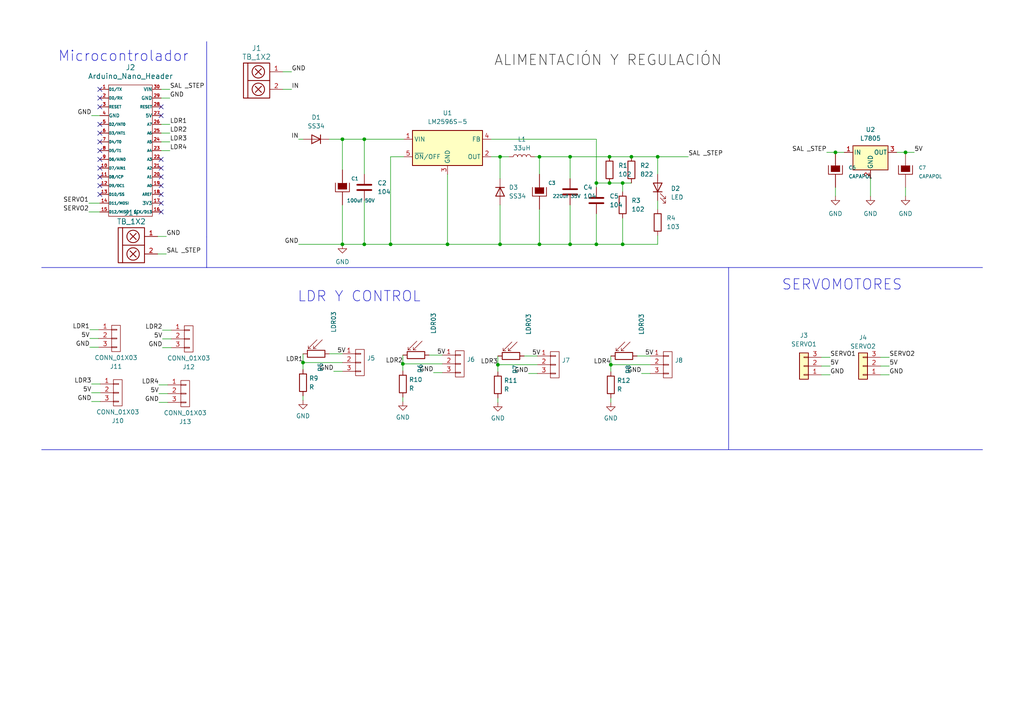
<source format=kicad_sch>
(kicad_sch (version 20230121) (generator eeschema)
  (paper "A4")
  (lib_symbols
    (symbol "Connector_Generic:Conn_01x03" (pin_names (offset 1.016) hide)
      (property "Reference" "J" (at 0 5.08 0))
      (property "Value" "Conn_01x03" (at 0 -5.08 0))
      (symbol "Conn_01x03_1_1"
        (rectangle (start -1.27 -2.413) (end 0 -2.667) (stroke (width 0.1524)))
        (rectangle (start -1.27 0.127) (end 0 -0.127) (stroke (width 0.1524)))
        (rectangle (start -1.27 2.667) (end 0 2.413) (stroke (width 0.1524)))
        (rectangle (start -1.27 3.81) (end 1.27 -3.81) (stroke (width 0.254)) (fill (type background)))
        (pin passive line (at -5.08 2.54 0) (length 3.81) (name "Pin_1") (number "1"))
        (pin passive line (at -5.08 0 0) (length 3.81) (name "Pin_2") (number "2"))
        (pin passive line (at -5.08 -2.54 0) (length 3.81) (name "Pin_3") (number "3"))
      )
    )
    (symbol "Device:C" (pin_numbers hide) (pin_names (offset 0.254))
      (property "Reference" "C" (at 0.635 2.54 0))
      (property "Value" "C" (at 0.635 -2.54 0))
      (symbol "C_0_1"
        (polyline (pts (xy -2.032 -0.762) (xy 2.032 -0.762)) (stroke (width 0.508)))
        (polyline (pts (xy -2.032 0.762) (xy 2.032 0.762)) (stroke (width 0.508)))
      )
      (symbol "C_1_1"
        (pin passive line (at 0 3.81 270) (length 2.794) (name "~") (number "1"))
        (pin passive line (at 0 -3.81 90) (length 2.794) (name "~") (number "2"))
      )
    )
    (symbol "Device:D" (pin_numbers hide) (pin_names (offset 1.016) hide)
      (property "Reference" "D" (at 0 2.54 0))
      (property "Value" "D" (at 0 -2.54 0))
      (symbol "D_0_1"
        (polyline (pts (xy -1.27 1.27) (xy -1.27 -1.27)) (stroke (width 0.254)))
        (polyline (pts (xy 1.27 0) (xy -1.27 0)))
        (polyline (pts (xy 1.27 1.27) (xy 1.27 -1.27) (xy -1.27 0) (xy 1.27 1.27)) (stroke (width 0.254)))
      )
      (symbol "D_1_1"
        (pin passive line (at -3.81 0 0) (length 2.54) (name "K") (number "1"))
        (pin passive line (at 3.81 0 180) (length 2.54) (name "A") (number "2"))
      )
    )
    (symbol "Device:L" (pin_numbers hide) (pin_names (offset 1.016) hide)
      (property "Reference" "L" (at -1.27 0 90))
      (property "Value" "L" (at 1.905 0 90))
      (symbol "L_0_1"
        (arc (start 0 -2.54) (mid 0.6323 -1.905) (end 0 -1.27))
        (arc (start 0 -1.27) (mid 0.6323 -0.635) (end 0 0))
        (arc (start 0 0) (mid 0.6323 0.635) (end 0 1.27))
        (arc (start 0 1.27) (mid 0.6323 1.905) (end 0 2.54))
      )
      (symbol "L_1_1"
        (pin passive line (at 0 3.81 270) (length 1.27) (name "1") (number "1"))
        (pin passive line (at 0 -3.81 90) (length 1.27) (name "2") (number "2"))
      )
    )
    (symbol "Device:LED" (pin_numbers hide) (pin_names (offset 1.016) hide)
      (property "Reference" "D" (at 0 2.54 0))
      (property "Value" "LED" (at 0 -2.54 0))
      (symbol "LED_0_1"
        (polyline (pts (xy -1.27 -1.27) (xy -1.27 1.27)) (stroke (width 0.254)))
        (polyline (pts (xy -1.27 0) (xy 1.27 0)))
        (polyline (pts (xy 1.27 -1.27) (xy 1.27 1.27) (xy -1.27 0) (xy 1.27 -1.27)) (stroke (width 0.254)))
        (polyline (pts (xy -3.048 -0.762) (xy -4.572 -2.286) (xy -3.81 -2.286) (xy -4.572 -2.286) (xy -4.572 -1.524)))
        (polyline (pts (xy -1.778 -0.762) (xy -3.302 -2.286) (xy -2.54 -2.286) (xy -3.302 -2.286) (xy -3.302 -1.524)))
      )
      (symbol "LED_1_1"
        (pin passive line (at -3.81 0 0) (length 2.54) (name "K") (number "1"))
        (pin passive line (at 3.81 0 180) (length 2.54) (name "A") (number "2"))
      )
    )
    (symbol "Device:R" (pin_numbers hide) (pin_names (offset 0))
      (property "Reference" "R" (at 2.032 0 90))
      (property "Value" "R" (at 0 0 90))
      (symbol "R_0_1"
        (rectangle (start -1.016 -2.54) (end 1.016 2.54) (stroke (width 0.254)))
      )
      (symbol "R_1_1"
        (pin passive line (at 0 3.81 270) (length 1.27) (name "~") (number "1"))
        (pin passive line (at 0 -3.81 90) (length 1.27) (name "~") (number "2"))
      )
    )
    (symbol "EESTN5:Arduino_Nano_Header" (pin_names (offset 0.0254))
      (property "Reference" "J" (at 0 20.32 0))
      (property "Value" "Arduino_Nano_Header" (at 0 -20.32 0))
      (symbol "Arduino_Nano_Header_0_1"
        (rectangle (start 6.35 -19.05) (end -6.35 19.05))
      )
      (symbol "Arduino_Nano_Header_1_1"
        (pin passive line (at -8.89 17.78 0) (length 2.54) (name "D1/TX") (number "1"))
        (pin passive line (at -8.89 -5.08 0) (length 2.54) (name "D7/AIN1") (number "10"))
        (pin passive line (at -8.89 -7.62 0) (length 2.54) (name "D8/ICP") (number "11"))
        (pin passive line (at -8.89 -10.16 0) (length 2.54) (name "D9/0C1") (number "12"))
        (pin passive line (at -8.89 -12.7 0) (length 2.54) (name "D10/SS") (number "13"))
        (pin passive line (at -8.89 -15.24 0) (length 2.54) (name "D11/MOSI") (number "14"))
        (pin passive line (at -8.89 -17.78 0) (length 2.54) (name "D12/MISO") (number "15"))
        (pin passive line (at 8.89 -17.78 180) (length 2.54) (name "SCK/D13") (number "16"))
        (pin passive line (at 8.89 -15.24 180) (length 2.54) (name "3V3") (number "17"))
        (pin passive line (at 8.89 -12.7 180) (length 2.54) (name "AREF") (number "18"))
        (pin passive line (at 8.89 -10.16 180) (length 2.54) (name "A0") (number "19"))
        (pin passive line (at -8.89 15.24 0) (length 2.54) (name "D0/RX") (number "2"))
        (pin passive line (at 8.89 -7.62 180) (length 2.54) (name "A1") (number "20"))
        (pin passive line (at 8.89 -5.08 180) (length 2.54) (name "A2") (number "21"))
        (pin passive line (at 8.89 -2.54 180) (length 2.54) (name "A3") (number "22"))
        (pin passive line (at 8.89 0 180) (length 2.54) (name "A4") (number "23"))
        (pin passive line (at 8.89 2.54 180) (length 2.54) (name "A5") (number "24"))
        (pin passive line (at 8.89 5.08 180) (length 2.54) (name "A6") (number "25"))
        (pin passive line (at 8.89 7.62 180) (length 2.54) (name "A7") (number "26"))
        (pin passive line (at 8.89 10.16 180) (length 2.54) (name "5V") (number "27"))
        (pin passive line (at 8.89 12.7 180) (length 2.54) (name "RESET") (number "28"))
        (pin passive line (at 8.89 15.24 180) (length 2.54) (name "GND") (number "29"))
        (pin passive line (at -8.89 12.7 0) (length 2.54) (name "RESET") (number "3"))
        (pin passive line (at 8.89 17.78 180) (length 2.54) (name "VIN") (number "30"))
        (pin passive line (at -8.89 10.16 0) (length 2.54) (name "GND") (number "4"))
        (pin passive line (at -8.89 7.62 0) (length 2.54) (name "D2/INT0") (number "5"))
        (pin passive line (at -8.89 5.08 0) (length 2.54) (name "D3/INT1") (number "6"))
        (pin passive line (at -8.89 2.54 0) (length 2.54) (name "D4/T0") (number "7"))
        (pin passive line (at -8.89 0 0) (length 2.54) (name "D5/T1") (number "8"))
        (pin passive line (at -8.89 -2.54 0) (length 2.54) (name "D6/AIN0") (number "9"))
      )
    )
    (symbol "EESTN5:CAPAPOL" (pin_numbers hide) (pin_names (offset 0.254) hide)
      (property "Reference" "C" (at 1.27 2.54 0))
      (property "Value" "CAPAPOL" (at 1.27 -2.54 0))
      (symbol "CAPAPOL_0_1"
        (polyline (pts (xy -2.032 1.27) (xy -2.032 -1.27) (xy 2.032 -1.27) (xy 2.032 1.27)) (stroke (width 0.2032)))
        (polyline (pts (xy -1.27 1.27) (xy -1.27 -0.508) (xy 1.27 -0.508) (xy 1.27 1.27)) (fill (type outline)))
      )
      (symbol "CAPAPOL_1_1"
        (pin passive line (at 0 5.08 270) (length 3.81) (name "~") (number "1"))
        (pin passive line (at 0 -5.08 90) (length 3.81) (name "~") (number "2"))
      )
    )
    (symbol "EESTN5:CONN_01X03" (pin_names (offset 1.016) hide)
      (property "Reference" "J" (at 0 5.08 0))
      (property "Value" "CONN_01X03" (at 2.54 0 90))
      (symbol "CONN_01X03_0_1"
        (rectangle (start -1.27 -2.413) (end 0.254 -2.667))
        (rectangle (start -1.27 0.127) (end 0.254 -0.127))
        (rectangle (start -1.27 2.667) (end 0.254 2.413))
        (rectangle (start -1.27 3.81) (end 1.27 -3.81))
      )
      (symbol "CONN_01X03_1_1"
        (pin passive line (at -5.08 2.54 0) (length 3.81) (name "P1") (number "1"))
        (pin passive line (at -5.08 0 0) (length 3.81) (name "P2") (number "2"))
        (pin passive line (at -5.08 -2.54 0) (length 3.81) (name "P3") (number "3"))
      )
    )
    (symbol "EESTN5:TB_1X2" (pin_names (offset 1.016))
      (property "Reference" "J" (at 0 7.62 0))
      (property "Value" "TB_1X2" (at 1.27 -7.62 0))
      (symbol "TB_1X2_0_1"
        (rectangle (start -2.54 5.08) (end 5.08 -5.08) (stroke (width 0.254)))
        (polyline (pts (xy -1.27 0) (xy 5.08 0)) (stroke (width 0.254)))
        (polyline (pts (xy -1.27 5.08) (xy -1.27 -5.08)) (stroke (width 0.254)))
        (polyline (pts (xy 0.889 -3.429) (xy 2.667 -1.651)) (stroke (width 0.254)))
        (polyline (pts (xy 0.889 -1.651) (xy 2.667 -3.429)) (stroke (width 0.254)))
        (polyline (pts (xy 0.889 1.651) (xy 2.667 3.429)) (stroke (width 0.254)))
        (polyline (pts (xy 0.889 3.429) (xy 2.667 1.651)) (stroke (width 0.254)))
        (circle (center 1.778 -2.54) (radius 1.8034) (stroke (width 0.254)))
        (circle (center 1.778 2.54) (radius 1.8034) (stroke (width 0.254)))
      )
      (symbol "TB_1X2_1_1"
        (pin input line (at 8.89 2.54 180) (length 3.81) (name "~") (number "1"))
        (pin input line (at 8.89 -2.54 180) (length 3.81) (name "~") (number "2"))
      )
    )
    (symbol "Regulator_Linear:L7805" (pin_names (offset 0.254))
      (property "Reference" "U" (at -3.81 3.175 0))
      (property "Value" "L7805" (at 0 3.175 0))
      (symbol "L7805_0_1"
        (rectangle (start -5.08 1.905) (end 5.08 -5.08) (stroke (width 0.254)) (fill (type background)))
      )
      (symbol "L7805_1_1"
        (pin power_in line (at -7.62 0 0) (length 2.54) (name "IN") (number "1"))
        (pin power_in line (at 0 -7.62 90) (length 2.54) (name "GND") (number "2"))
        (pin power_out line (at 7.62 0 180) (length 2.54) (name "OUT") (number "3"))
      )
    )
    (symbol "Regulator_Switching:LM2596S-5"
      (property "Reference" "U" (at -10.16 6.35 0))
      (property "Value" "LM2596S-5" (at 0 6.35 0))
      (symbol "LM2596S-5_0_1"
        (rectangle (start -10.16 5.08) (end 10.16 -5.08) (stroke (width 0.254)) (fill (type background)))
      )
      (symbol "LM2596S-5_1_1"
        (pin power_in line (at -12.7 2.54 0) (length 2.54) (name "VIN") (number "1"))
        (pin output line (at 12.7 -2.54 180) (length 2.54) (name "OUT") (number "2"))
        (pin power_in line (at 0 -7.62 90) (length 2.54) (name "GND") (number "3"))
        (pin input line (at 12.7 2.54 180) (length 2.54) (name "FB") (number "4"))
        (pin input line (at -12.7 -2.54 0) (length 2.54) (name "~{ON}/OFF") (number "5"))
      )
    )
    (symbol "Sensor_Optical:LDR03" (pin_numbers hide) (pin_names (offset 0))
      (property "Reference" "R" (at -5.08 0 90))
      (property "Value" "LDR03" (at 1.905 0 90))
      (symbol "LDR03_0_1"
        (rectangle (start -1.016 2.54) (end 1.016 -2.54) (stroke (width 0.254)))
        (polyline (pts (xy -1.524 -2.286) (xy -4.064 0.254)))
        (polyline (pts (xy -1.524 -2.286) (xy -2.286 -2.286)))
        (polyline (pts (xy -1.524 -2.286) (xy -1.524 -1.524)))
        (polyline (pts (xy -1.524 -0.762) (xy -4.064 1.778)))
        (polyline (pts (xy -1.524 -0.762) (xy -2.286 -0.762)))
        (polyline (pts (xy -1.524 -0.762) (xy -1.524 0)))
      )
      (symbol "LDR03_1_1"
        (pin passive line (at 0 3.81 270) (length 1.27) (name "~") (number "1"))
        (pin passive line (at 0 -3.81 90) (length 1.27) (name "~") (number "2"))
      )
    )
    (symbol "power:GND" (power) (pin_names (offset 0))
      (property "Value" "GND" (at 0 -3.81 0))
      (symbol "GND_0_1"
        (polyline (pts (xy 0 0) (xy 0 -1.27) (xy 1.27 -1.27) (xy 0 -2.54) (xy -1.27 -1.27) (xy 0 -1.27)))
      )
      (symbol "GND_1_1"
        (pin power_in line (at 0 0 270) (length 0) hide (name "GND") (number "1"))
      )
    )
  )
  (junction (at 99.314 70.866))
  (junction (at 129.794 70.866))
  (junction (at 172.974 70.866))
  (junction (at 105.664 40.386))
  (junction (at 105.664 70.866))
  (junction (at 165.354 70.866))
  (junction (at 172.974 53.086))
  (junction (at 156.464 45.466))
  (junction (at 176.784 53.086))
  (junction (at 156.464 70.866))
  (junction (at 145.034 45.466))
  (junction (at 177.165 105.791))
  (junction (at 165.354 45.466))
  (junction (at 99.314 40.386))
  (junction (at 262.636 44.196))
  (junction (at 145.034 70.866))
  (junction (at 144.399 105.791))
  (junction (at 116.84 105.537))
  (junction (at 113.284 70.866))
  (junction (at 176.784 45.466))
  (junction (at 180.594 53.086))
  (junction (at 180.594 70.866))
  (junction (at 183.134 45.466))
  (junction (at 242.316 44.196))
  (junction (at 87.884 105.156))
  (junction (at 190.754 45.466))
  (no_connect (at 28.956 51.308))
  (no_connect (at 46.736 33.528))
  (no_connect (at 28.956 56.388))
  (no_connect (at 28.956 25.908))
  (no_connect (at 28.956 38.608))
  (no_connect (at 28.956 36.068))
  (no_connect (at 46.736 61.468))
  (no_connect (at 46.736 58.928))
  (no_connect (at 28.956 46.228))
  (no_connect (at 46.736 51.308))
  (no_connect (at 28.956 30.988))
  (no_connect (at 46.736 30.988))
  (no_connect (at 46.736 56.388))
  (no_connect (at 28.956 53.848))
  (no_connect (at 28.956 41.148))
  (no_connect (at 46.736 53.848))
  (no_connect (at 28.956 43.688))
  (no_connect (at 46.736 48.768))
  (no_connect (at 28.956 28.448))
  (no_connect (at 46.736 46.228))
  (no_connect (at 28.956 48.768))
  (wire (pts (xy 180.594 70.866) (xy 190.754 70.866)))
  (wire (pts (xy 144.399 105.791) (xy 155.829 105.791)))
  (wire (pts (xy 145.034 45.466) (xy 145.034 51.816)))
  (wire (pts (xy 184.785 103.251) (xy 188.595 103.251)))
  (wire (pts (xy 260.096 44.196) (xy 262.636 44.196)))
  (wire (pts (xy 255.397 106.172) (xy 257.937 106.172)))
  (wire (pts (xy 29.083 111.379) (xy 26.543 111.379)))
  (wire (pts (xy 177.165 105.791) (xy 188.595 105.791)))
  (wire (pts (xy 145.034 59.436) (xy 145.034 70.866)))
  (wire (pts (xy 242.316 44.196) (xy 244.856 44.196)))
  (wire (pts (xy 145.034 70.866) (xy 156.464 70.866)))
  (polyline (pts (xy 59.944 12.065) (xy 59.944 68.707)))
  (wire (pts (xy 46.736 38.608) (xy 49.276 38.608)))
  (wire (pts (xy 155.194 45.466) (xy 156.464 45.466)))
  (wire (pts (xy 190.754 45.466) (xy 190.754 50.546)))
  (wire (pts (xy 177.165 105.791) (xy 177.165 103.251)))
  (wire (pts (xy 156.464 70.866) (xy 165.354 70.866)))
  (wire (pts (xy 180.594 53.086) (xy 176.784 53.086)))
  (wire (pts (xy 238.252 106.172) (xy 240.792 106.172)))
  (wire (pts (xy 86.614 40.386) (xy 87.884 40.386)))
  (wire (pts (xy 129.794 70.866) (xy 145.034 70.866)))
  (wire (pts (xy 188.595 108.331) (xy 186.055 108.331)))
  (wire (pts (xy 113.284 45.466) (xy 113.284 70.866)))
  (wire (pts (xy 255.397 108.712) (xy 257.937 108.712)))
  (wire (pts (xy 145.034 45.466) (xy 147.574 45.466)))
  (wire (pts (xy 177.165 107.823) (xy 177.165 105.791)))
  (wire (pts (xy 99.314 40.386) (xy 105.664 40.386)))
  (wire (pts (xy 255.397 103.632) (xy 257.937 103.632)))
  (wire (pts (xy 116.84 107.569) (xy 116.84 105.537)))
  (wire (pts (xy 48.641 114.173) (xy 46.101 114.173)))
  (wire (pts (xy 172.974 53.086) (xy 172.974 54.356)))
  (wire (pts (xy 99.314 70.866) (xy 86.614 70.866)))
  (wire (pts (xy 105.664 70.866) (xy 113.284 70.866)))
  (wire (pts (xy 105.664 40.386) (xy 105.664 50.546)))
  (wire (pts (xy 190.754 58.166) (xy 190.754 60.706)))
  (wire (pts (xy 99.314 59.436) (xy 99.314 70.866)))
  (wire (pts (xy 87.884 105.156) (xy 99.314 105.156)))
  (wire (pts (xy 183.134 53.086) (xy 180.594 53.086)))
  (wire (pts (xy 142.494 40.386) (xy 172.974 40.386)))
  (wire (pts (xy 25.781 61.468) (xy 28.956 61.468)))
  (wire (pts (xy 45.72 68.58) (xy 48.26 68.58)))
  (wire (pts (xy 156.464 60.706) (xy 156.464 70.866)))
  (wire (pts (xy 238.252 108.712) (xy 240.792 108.712)))
  (wire (pts (xy 87.884 114.808) (xy 87.884 116.078)))
  (wire (pts (xy 180.594 63.246) (xy 180.594 70.866)))
  (wire (pts (xy 46.736 25.908) (xy 49.276 25.908)))
  (wire (pts (xy 99.314 107.696) (xy 96.774 107.696)))
  (wire (pts (xy 262.636 54.356) (xy 262.636 56.896)))
  (wire (pts (xy 142.494 45.466) (xy 145.034 45.466)))
  (polyline (pts (xy 59.944 68.707) (xy 59.944 77.597)))
  (wire (pts (xy 190.754 68.326) (xy 190.754 70.866)))
  (wire (pts (xy 172.974 70.866) (xy 180.594 70.866)))
  (polyline (pts (xy 12.065 130.429) (xy 284.988 130.429)))
  (wire (pts (xy 48.641 111.633) (xy 46.101 111.633)))
  (wire (pts (xy 26.543 33.528) (xy 28.956 33.528)))
  (wire (pts (xy 144.399 105.791) (xy 144.399 103.251)))
  (wire (pts (xy 242.316 54.356) (xy 242.316 56.896)))
  (wire (pts (xy 152.019 103.251) (xy 155.829 103.251)))
  (wire (pts (xy 99.314 40.386) (xy 99.314 49.276)))
  (wire (pts (xy 25.781 58.928) (xy 28.956 58.928)))
  (wire (pts (xy 262.636 44.196) (xy 265.176 44.196)))
  (wire (pts (xy 117.094 45.466) (xy 113.284 45.466)))
  (wire (pts (xy 99.314 70.866) (xy 105.664 70.866)))
  (wire (pts (xy 129.794 50.546) (xy 129.794 70.866)))
  (wire (pts (xy 29.083 116.459) (xy 26.543 116.459)))
  (wire (pts (xy 105.664 40.386) (xy 117.094 40.386)))
  (wire (pts (xy 252.476 51.816) (xy 252.476 56.896)))
  (wire (pts (xy 28.575 95.631) (xy 26.035 95.631)))
  (wire (pts (xy 28.575 100.711) (xy 26.035 100.711)))
  (wire (pts (xy 144.399 115.443) (xy 144.399 116.713)))
  (wire (pts (xy 156.464 45.466) (xy 165.354 45.466)))
  (wire (pts (xy 176.784 45.466) (xy 183.134 45.466)))
  (wire (pts (xy 116.84 105.537) (xy 116.84 102.997)))
  (wire (pts (xy 49.657 98.298) (xy 47.117 98.298)))
  (wire (pts (xy 180.594 53.086) (xy 180.594 55.626)))
  (wire (pts (xy 113.284 70.866) (xy 129.794 70.866)))
  (wire (pts (xy 28.575 98.171) (xy 26.035 98.171)))
  (wire (pts (xy 176.784 53.086) (xy 172.974 53.086)))
  (wire (pts (xy 46.736 28.448) (xy 49.276 28.448)))
  (wire (pts (xy 29.083 113.919) (xy 26.543 113.919)))
  (wire (pts (xy 49.657 95.758) (xy 47.117 95.758)))
  (wire (pts (xy 46.736 43.688) (xy 49.276 43.688)))
  (polyline (pts (xy 59.944 77.597) (xy 284.988 77.597)))
  (wire (pts (xy 165.354 45.466) (xy 176.784 45.466)))
  (wire (pts (xy 155.829 108.331) (xy 153.289 108.331)))
  (wire (pts (xy 116.84 115.189) (xy 116.84 116.459)))
  (wire (pts (xy 116.84 105.537) (xy 128.27 105.537)))
  (wire (pts (xy 165.354 59.436) (xy 165.354 70.866)))
  (wire (pts (xy 87.884 107.188) (xy 87.884 105.156)))
  (wire (pts (xy 156.464 45.466) (xy 156.464 50.546)))
  (wire (pts (xy 87.884 105.156) (xy 87.884 102.616)))
  (wire (pts (xy 124.46 102.997) (xy 128.27 102.997)))
  (wire (pts (xy 144.399 107.823) (xy 144.399 105.791)))
  (wire (pts (xy 105.664 58.166) (xy 105.664 70.866)))
  (wire (pts (xy 172.974 40.386) (xy 172.974 53.086)))
  (wire (pts (xy 172.974 61.976) (xy 172.974 70.866)))
  (wire (pts (xy 95.504 40.386) (xy 99.314 40.386)))
  (wire (pts (xy 128.27 108.077) (xy 125.73 108.077)))
  (wire (pts (xy 177.165 115.443) (xy 177.165 116.713)))
  (wire (pts (xy 46.736 36.068) (xy 49.276 36.068)))
  (wire (pts (xy 95.504 102.616) (xy 99.314 102.616)))
  (wire (pts (xy 238.252 103.632) (xy 240.792 103.632)))
  (polyline (pts (xy 211.328 77.597) (xy 211.328 130.429)))
  (wire (pts (xy 48.641 116.713) (xy 46.101 116.713)))
  (wire (pts (xy 239.776 44.196) (xy 242.316 44.196)))
  (wire (pts (xy 190.754 45.466) (xy 199.644 45.466)))
  (polyline (pts (xy 12.065 77.597) (xy 59.944 77.597)))
  (wire (pts (xy 82.042 25.908) (xy 84.582 25.908)))
  (wire (pts (xy 183.134 45.466) (xy 190.754 45.466)))
  (wire (pts (xy 82.042 20.828) (xy 84.582 20.828)))
  (wire (pts (xy 45.72 73.66) (xy 48.26 73.66)))
  (wire (pts (xy 165.354 70.866) (xy 172.974 70.866)))
  (wire (pts (xy 165.354 45.466) (xy 165.354 51.816)))
  (wire (pts (xy 46.736 41.148) (xy 49.276 41.148)))
  (wire (pts (xy 49.657 100.838) (xy 47.117 100.838)))
  (text "Microcontrolador\n" (at 16.764 18.161 0) (effects (font (size 3 3)) (justify left bottom)))
  (text "LDR Y CONTROL" (at 86.233 87.884 0) (effects (font (size 3 3)) (justify left bottom)))
  (text "SERVOMOTORES\n" (at 226.695 84.455 0) (effects (font (size 3 3)) (justify left bottom)))
  (label "LDR4" (at 177.165 105.791 180))
  (label "GND" (at 26.035 100.711 180))
  (label "LDR2" (at 116.84 105.537 180))
  (label "5V" (at 97.79 102.616 0))
  (label "5V" (at 126.746 102.997 0))
  (label "SERVO2" (at 25.781 61.468 180))
  (label "LDR1" (at 49.276 36.068 0))
  (label "SERVO2" (at 257.937 103.632 0))
  (label "GND" (at 125.73 108.077 180))
  (label "GND" (at 153.289 108.331 180))
  (label "IN" (at 84.582 25.908 0))
  (label "LDR4" (at 49.276 43.688 0))
  (label "GND" (at 46.101 116.713 180))
  (label "LDR3" (at 144.399 105.791 180))
  (label "GND" (at 186.055 108.331 180))
  (label "5V" (at 26.543 113.919 180))
  (label "SERVO1" (at 25.781 58.928 180))
  (label "5V" (at 46.101 114.173 180))
  (label "SAL _STEP" (at 49.276 25.908 0))
  (label "ALIMENTACIÓN Y REGULACIÓN" (at 143.256 19.939 0) (effects (font (size 3 3))))
  (label "SERVO1" (at 240.792 103.632 0))
  (label "LDR1" (at 26.035 95.631 180))
  (label "SAL _STEP" (at 48.26 73.66 0))
  (label "LDR4" (at 46.101 111.633 180))
  (label "5V" (at 240.792 106.172 0))
  (label "LDR2" (at 49.276 38.608 0))
  (label "GND" (at 84.582 20.828 0))
  (label "GND" (at 48.26 68.58 0))
  (label "GND" (at 96.774 107.696 180))
  (label "GND" (at 26.543 33.528 180))
  (label "5V" (at 265.176 44.196 0))
  (label "GND" (at 47.117 100.838 180))
  (label "GND" (at 86.614 70.866 180))
  (label "LDR3" (at 49.276 41.148 0))
  (label "GND" (at 240.792 108.712 0))
  (label "5V" (at 257.937 106.172 0))
  (label "SAL _STEP" (at 199.644 45.466 0))
  (label "GND" (at 257.937 108.712 0))
  (label "LDR1" (at 87.884 105.156 180))
  (label "LDR2" (at 47.117 95.758 180))
  (label "IN" (at 86.614 40.386 180))
  (label "LDR3" (at 26.543 111.379 180))
  (label "GND" (at 49.276 28.448 0))
  (label "SAL _STEP" (at 239.776 44.196 180))
  (label "GND" (at 26.543 116.459 180))
  (label "5V" (at 187.071 103.251 0))
  (label "5V" (at 26.035 98.171 180))
  (label "5V" (at 154.305 103.251 0))
  (label "5V" (at 47.117 98.298 180))
  (symbol (lib_id "power:GND") (at 177.165 116.713 0) (unit 1)
    (property "Reference" "#PWR05" (effects hide))
    (property "Value" "GND" (at 177.165 121.285 0))
  )
  (symbol (lib_id "power:GND") (at 242.316 56.896 0) (unit 1)
    (property "Reference" "#PWR06" (effects hide))
    (property "Value" "GND" (at 242.316 61.976 0))
  )
  (symbol (lib_id "EESTN5:CONN_01X03") (at 160.909 105.791 0) (unit 1)
    (property "Reference" "J7" (at 162.941 104.521 0) (effects (justify left)))
    (property "Value" "CONN_01X03" (effects hide))
    (property "Footprint" "Connector_JST:JST_EH_B3B-EH-A_1x03_P2.50mm_Vertical" (effects hide))
  )
  (symbol (lib_id "EESTN5:CONN_01X03") (at 104.394 105.156 0) (unit 1)
    (property "Reference" "J5" (at 106.426 103.886 0) (effects (justify left)))
    (property "Value" "CONN_01X03" (effects hide))
    (property "Footprint" "Connector_JST:JST_EH_B3B-EH-A_1x03_P2.50mm_Vertical" (effects hide))
  )
  (symbol (lib_id "Device:R") (at 190.754 64.516 0) (unit 1)
    (property "Reference" "R4" (at 193.294 63.246 0) (effects (justify left)))
    (property "Value" "103" (at 193.294 65.786 0) (effects (justify left)))
    (property "Footprint" "EESTN5:R_1206" (effects hide))
  )
  (symbol (lib_id "Device:C") (at 105.664 54.356 0) (unit 1)
    (property "Reference" "C2" (at 109.474 53.086 0) (effects (justify left)))
    (property "Value" "104" (at 109.474 55.626 0) (effects (justify left)))
    (property "Footprint" "EESTN5:C_0805" (effects hide))
  )
  (symbol (lib_id "Connector_Generic:Conn_01x03") (at 233.172 106.172 180) (unit 1)
    (property "Reference" "J3" (at 233.172 97.282 0))
    (property "Value" "SERVO1" (at 233.172 99.822 0))
    (property "Footprint" "EESTN5:Pin_Header_3" (effects hide))
  )
  (symbol (lib_id "EESTN5:CONN_01X03") (at 54.737 98.298 0) (unit 1)
    (property "Reference" "J12" (at 54.737 106.426 0))
    (property "Value" "CONN_01X03" (at 54.737 103.886 0))
    (property "Footprint" "Connector_JST:JST_EH_B3B-EH-A_1x03_P2.50mm_Vertical" (effects hide))
  )
  (symbol (lib_id "EESTN5:TB_1X2") (at 36.83 71.12 0) (unit 1)
    (property "Reference" "J14" (at 38.1 61.722 0) (effects (font (size 1.524 1.524))))
    (property "Value" "TB_1X2" (at 38.1 64.262 0) (effects (font (size 1.524 1.524))))
    (property "Footprint" "EESTN5:BORNERA2_AZUL" (effects hide))
  )
  (symbol (lib_id "power:GND") (at 116.84 116.459 0) (unit 1)
    (property "Reference" "#PWR03" (effects hide))
    (property "Value" "GND" (at 116.84 121.031 0))
  )
  (symbol (lib_id "power:GND") (at 87.884 116.078 0) (unit 1)
    (property "Reference" "#PWR02" (effects hide))
    (property "Value" "GND" (at 87.884 120.65 0))
  )
  (symbol (lib_id "Device:R") (at 87.884 110.998 180) (unit 1)
    (property "Reference" "R9" (at 89.662 109.728 0) (effects (justify right)))
    (property "Value" "R" (at 89.662 112.268 0) (effects (justify right)))
    (property "Footprint" "EESTN5:R_1206" (effects hide))
  )
  (symbol (lib_id "EESTN5:Arduino_Nano_Header") (at 37.846 43.688 0) (unit 1)
    (property "Reference" "J2" (at 37.846 19.558 0) (effects (font (size 1.524 1.524))))
    (property "Value" "Arduino_Nano_Header" (at 37.846 22.098 0) (effects (font (size 1.524 1.524))))
    (property "Footprint" "EESTN5:arduino_nano_header" (effects hide))
  )
  (symbol (lib_id "EESTN5:CAPAPOL") (at 99.314 54.356 0) (unit 1)
    (property "Reference" "C1" (at 101.854 51.816 0) (effects (font (size 1.016 1.016)) (justify left)))
    (property "Value" "100uf 50V" (at 100.584 58.166 0) (effects (font (size 1.016 1.016)) (justify left)))
    (property "Footprint" "Capacitor_SMD:CP_Elec_8x10" (effects hide))
  )
  (symbol (lib_id "power:GND") (at 262.636 56.896 0) (unit 1)
    (property "Reference" "#PWR08" (effects hide))
    (property "Value" "GND" (at 262.636 61.976 0))
  )
  (symbol (lib_id "Device:R") (at 180.594 59.436 0) (unit 1)
    (property "Reference" "R3" (at 183.134 58.166 0) (effects (justify left)))
    (property "Value" "102" (at 183.134 60.706 0) (effects (justify left)))
    (property "Footprint" "EESTN5:R_1206" (effects hide))
  )
  (symbol (lib_id "power:GND") (at 252.476 56.896 0) (unit 1)
    (property "Reference" "#PWR07" (effects hide))
    (property "Value" "GND" (at 252.476 61.976 0))
  )
  (symbol (lib_id "Sensor_Optical:LDR03") (at 91.694 102.616 270) (unit 1)
    (property "Reference" "R5" (at 92.964 105.156 0) (effects (justify left)))
    (property "Value" "LDR03" (at 96.774 90.297 0) (effects (justify left)))
    (property "Footprint" "OptoDevice:R_LDR_5.1x4.3mm_P3.4mm_Vertical" (effects hide))
    (property "Datasheet" "http://www.elektronica-componenten.nl/WebRoot/StoreNL/Shops/61422969/54F1/BA0C/C664/31B9/2173/C0A8/2AB9/2AEF/LDR03IMP.pdf" (effects hide))
  )
  (symbol (lib_id "Device:R") (at 144.399 111.633 180) (unit 1)
    (property "Reference" "R11" (at 146.177 110.363 0) (effects (justify right)))
    (property "Value" "R" (at 146.177 112.903 0) (effects (justify right)))
    (property "Footprint" "EESTN5:R_1206" (effects hide))
  )
  (symbol (lib_id "Device:D") (at 145.034 55.626 270) (unit 1)
    (property "Reference" "D3" (at 147.574 54.356 90) (effects (justify left)))
    (property "Value" "SS34" (at 147.574 56.896 90) (effects (justify left)))
    (property "Footprint" "Diode_SMD:Nexperia_CFP3_SOD-123W" (effects hide))
    (property "Sim.Device" "D" (effects hide))
    (property "Sim.Pins" "1=K 2=A" (effects hide))
  )
  (symbol (lib_id "Device:D") (at 91.694 40.386 180) (unit 1)
    (property "Reference" "D1" (at 91.694 34.036 0))
    (property "Value" "SS34" (at 91.694 36.576 0))
    (property "Footprint" "Diode_SMD:Nexperia_CFP3_SOD-123W" (effects hide))
    (property "Sim.Device" "D" (effects hide))
    (property "Sim.Pins" "1=K 2=A" (effects hide))
  )
  (symbol (lib_id "EESTN5:CAPAPOL") (at 242.316 49.276 0) (unit 1)
    (property "Reference" "C6" (at 246.126 48.641 0) (effects (font (size 1.016 1.016)) (justify left)))
    (property "Value" "CAPAPOL" (at 246.126 51.181 0) (effects (font (size 1.016 1.016)) (justify left)))
    (property "Footprint" "EESTN5:CAP_ELEC_5x11mm" (effects hide))
  )
  (symbol (lib_id "power:GND") (at 144.399 116.713 0) (unit 1)
    (property "Reference" "#PWR04" (effects hide))
    (property "Value" "GND" (at 144.399 121.285 0))
  )
  (symbol (lib_id "EESTN5:CONN_01X03") (at 133.35 105.537 0) (unit 1)
    (property "Reference" "J6" (at 135.382 104.267 0) (effects (justify left)))
    (property "Value" "CONN_01X03" (effects hide))
    (property "Footprint" "Connector_JST:JST_EH_B3B-EH-A_1x03_P2.50mm_Vertical" (effects hide))
  )
  (symbol (lib_id "Device:C") (at 165.354 55.626 0) (unit 1)
    (property "Reference" "C4" (at 169.164 54.356 0) (effects (justify left)))
    (property "Value" "104" (at 169.164 56.896 0) (effects (justify left)))
    (property "Footprint" "EESTN5:C_0805" (effects hide))
  )
  (symbol (lib_id "EESTN5:CONN_01X03") (at 193.675 105.791 0) (unit 1)
    (property "Reference" "J8" (at 195.707 104.521 0) (effects (justify left)))
    (property "Value" "CONN_01X03" (effects hide))
    (property "Footprint" "Connector_JST:JST_EH_B3B-EH-A_1x03_P2.50mm_Vertical" (effects hide))
  )
  (symbol (lib_id "Device:R") (at 116.84 111.379 180) (unit 1)
    (property "Reference" "R10" (at 118.618 110.109 0) (effects (justify right)))
    (property "Value" "R" (at 118.618 112.649 0) (effects (justify right)))
    (property "Footprint" "EESTN5:R_1206" (effects hide))
  )
  (symbol (lib_id "Connector_Generic:Conn_01x03") (at 250.317 106.172 180) (unit 1)
    (property "Reference" "J4" (at 250.317 97.917 0))
    (property "Value" "SERVO2" (at 250.317 100.457 0))
    (property "Footprint" "EESTN5:Pin_Header_3" (effects hide))
  )
  (symbol (lib_id "Regulator_Switching:LM2596S-5") (at 129.794 42.926 0) (unit 1)
    (property "Reference" "U1" (at 129.794 32.766 0))
    (property "Value" "LM2596S-5" (at 129.794 35.306 0))
    (property "Footprint" "Package_TO_SOT_SMD:TO-263-5_TabPin3" (effects hide))
    (property "Datasheet" "http://www.ti.com/lit/ds/symlink/lm2596.pdf" (effects hide))
  )
  (symbol (lib_id "Sensor_Optical:LDR03") (at 120.65 102.997 270) (unit 1)
    (property "Reference" "R6" (at 121.92 105.537 0) (effects (justify left)))
    (property "Value" "LDR03" (at 125.73 90.678 0) (effects (justify left)))
    (property "Footprint" "OptoDevice:R_LDR_5.1x4.3mm_P3.4mm_Vertical" (effects hide))
    (property "Datasheet" "http://www.elektronica-componenten.nl/WebRoot/StoreNL/Shops/61422969/54F1/BA0C/C664/31B9/2173/C0A8/2AB9/2AEF/LDR03IMP.pdf" (effects hide))
  )
  (symbol (lib_id "Device:R") (at 183.134 49.276 0) (unit 1)
    (property "Reference" "R2" (at 185.674 48.006 0) (effects (justify left)))
    (property "Value" "822" (at 185.674 50.546 0) (effects (justify left)))
    (property "Footprint" "EESTN5:R_1206" (effects hide))
  )
  (symbol (lib_id "EESTN5:CONN_01X03") (at 34.163 113.919 0) (unit 1)
    (property "Reference" "J10" (at 34.163 122.047 0))
    (property "Value" "CONN_01X03" (at 34.163 119.507 0))
    (property "Footprint" "Connector_JST:JST_EH_B3B-EH-A_1x03_P2.50mm_Vertical" (effects hide))
  )
  (symbol (lib_id "Sensor_Optical:LDR03") (at 148.209 103.251 270) (unit 1)
    (property "Reference" "R7" (at 149.479 105.791 0) (effects (justify left)))
    (property "Value" "LDR03" (at 153.289 90.932 0) (effects (justify left)))
    (property "Footprint" "OptoDevice:R_LDR_5.1x4.3mm_P3.4mm_Vertical" (effects hide))
    (property "Datasheet" "http://www.elektronica-componenten.nl/WebRoot/StoreNL/Shops/61422969/54F1/BA0C/C664/31B9/2173/C0A8/2AB9/2AEF/LDR03IMP.pdf" (effects hide))
  )
  (symbol (lib_id "EESTN5:CAPAPOL") (at 262.636 49.276 0) (unit 1)
    (property "Reference" "C7" (at 266.446 48.641 0) (effects (font (size 1.016 1.016)) (justify left)))
    (property "Value" "CAPAPOL" (at 266.446 51.181 0) (effects (font (size 1.016 1.016)) (justify left)))
    (property "Footprint" "EESTN5:CAP_ELEC_5x11mm" (effects hide))
  )
  (symbol (lib_id "EESTN5:CAPAPOL") (at 156.464 55.626 0) (unit 1)
    (property "Reference" "C3" (at 159.004 53.086 0) (effects (font (size 1.016 1.016)) (justify left)))
    (property "Value" "220uf 35V" (at 160.274 56.896 0) (effects (font (size 1.016 1.016)) (justify left)))
    (property "Footprint" "Capacitor_SMD:CP_Elec_8x10" (effects hide))
  )
  (symbol (lib_id "Device:C") (at 172.974 58.166 0) (unit 1)
    (property "Reference" "C5" (at 176.784 56.896 0) (effects (justify left)))
    (property "Value" "104" (at 176.784 59.436 0) (effects (justify left)))
    (property "Footprint" "EESTN5:C_0805" (effects hide))
  )
  (symbol (lib_id "Device:LED") (at 190.754 54.356 90) (unit 1)
    (property "Reference" "D2" (at 194.564 54.6735 90) (effects (justify right)))
    (property "Value" "LED" (at 194.564 57.2135 90) (effects (justify right)))
    (property "Footprint" "EESTN5:Led_0805" (effects hide))
  )
  (symbol (lib_id "EESTN5:TB_1X2") (at 73.152 23.368 0) (unit 1)
    (property "Reference" "J1" (at 74.422 13.97 0) (effects (font (size 1.524 1.524))))
    (property "Value" "TB_1X2" (at 74.422 16.51 0) (effects (font (size 1.524 1.524))))
    (property "Footprint" "EESTN5:BORNERA2_AZUL" (effects hide))
  )
  (symbol (lib_id "Device:L") (at 151.384 45.466 90) (unit 1)
    (property "Reference" "L1" (at 151.384 40.386 90))
    (property "Value" "33uH" (at 151.384 42.926 90))
    (property "Footprint" "Inductor_SMD:L_Bourns_SRR1208_12.7x12.7mm" (effects hide))
  )
  (symbol (lib_id "power:GND") (at 99.314 70.866 0) (unit 1)
    (property "Reference" "#PWR01" (effects hide))
    (property "Value" "GND" (at 99.314 75.946 0))
  )
  (symbol (lib_id "EESTN5:CONN_01X03") (at 53.721 114.173 0) (unit 1)
    (property "Reference" "J13" (at 53.721 122.301 0))
    (property "Value" "CONN_01X03" (at 53.721 119.761 0))
    (property "Footprint" "Connector_JST:JST_EH_B3B-EH-A_1x03_P2.50mm_Vertical" (effects hide))
  )
  (symbol (lib_id "EESTN5:CONN_01X03") (at 33.655 98.171 0) (unit 1)
    (property "Reference" "J11" (at 33.655 106.299 0))
    (property "Value" "CONN_01X03" (at 33.655 103.759 0))
    (property "Footprint" "Connector_JST:JST_EH_B3B-EH-A_1x03_P2.50mm_Vertical" (effects hide))
  )
  (symbol (lib_id "Sensor_Optical:LDR03") (at 180.975 103.251 270) (unit 1)
    (property "Reference" "R8" (at 182.245 105.791 0) (effects (justify left)))
    (property "Value" "LDR03" (at 186.055 90.932 0) (effects (justify left)))
    (property "Footprint" "OptoDevice:R_LDR_5.1x4.3mm_P3.4mm_Vertical" (effects hide))
    (property "Datasheet" "http://www.elektronica-componenten.nl/WebRoot/StoreNL/Shops/61422969/54F1/BA0C/C664/31B9/2173/C0A8/2AB9/2AEF/LDR03IMP.pdf" (effects hide))
  )
  (symbol (lib_id "Regulator_Linear:L7805") (at 252.476 44.196 0) (unit 1)
    (property "Reference" "U2" (at 252.476 37.592 0))
    (property "Value" "L7805" (at 252.476 40.132 0))
    (property "Footprint" "Package_TO_SOT_SMD:TO-263-2" (effects hide))
    (property "Datasheet" "http://www.st.com/content/ccc/resource/technical/document/datasheet/41/4f/b3/b0/12/d4/47/88/CD00000444.pdf/files/CD00000444.pdf/jcr:content/translations/en.CD00000444.pdf" (effects hide))
  )
  (symbol (lib_id "Device:R") (at 177.165 111.633 180) (unit 1)
    (property "Reference" "R12" (at 178.943 110.363 0) (effects (justify right)))
    (property "Value" "R" (at 178.943 112.903 0) (effects (justify right)))
    (property "Footprint" "EESTN5:R_1206" (effects hide))
  )
  (symbol (lib_id "Device:R") (at 176.784 49.276 0) (unit 1)
    (property "Reference" "R1" (at 179.324 48.006 0) (effects (justify left)))
    (property "Value" "102" (at 179.324 50.546 0) (effects (justify left)))
    (property "Footprint" "EESTN5:R_1206" (effects hide))
  )
)
</source>
